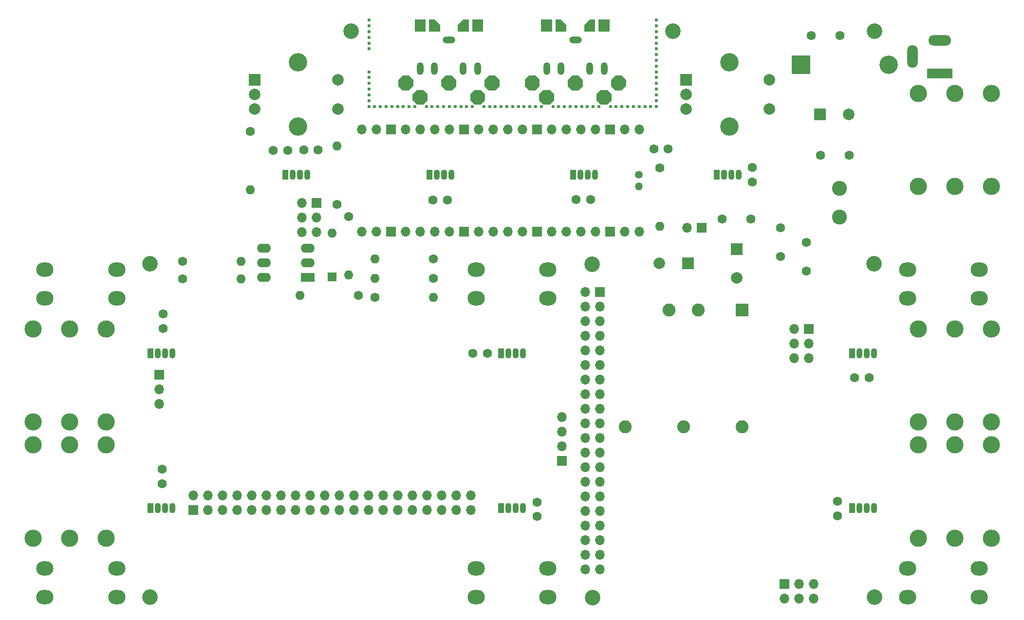
<source format=gts>
G04 #@! TF.GenerationSoftware,KiCad,Pcbnew,7.0.1.1-36-gbcf78dbe24-dirty-deb11*
G04 #@! TF.CreationDate,2023-04-07T10:57:17+00:00*
G04 #@! TF.ProjectId,pedalboard-hw,70656461-6c62-46f6-9172-642d68772e6b,1.0.2*
G04 #@! TF.SameCoordinates,Original*
G04 #@! TF.FileFunction,Soldermask,Top*
G04 #@! TF.FilePolarity,Negative*
%FSLAX46Y46*%
G04 Gerber Fmt 4.6, Leading zero omitted, Abs format (unit mm)*
G04 Created by KiCad (PCBNEW 7.0.1.1-36-gbcf78dbe24-dirty-deb11) date 2023-04-07 10:57:17*
%MOMM*%
%LPD*%
G01*
G04 APERTURE LIST*
%ADD10C,2.700000*%
%ADD11C,1.600000*%
%ADD12O,1.200000X2.200000*%
%ADD13O,2.200000X1.200000*%
%ADD14C,3.000000*%
%ADD15R,4.400000X1.800000*%
%ADD16O,4.000000X1.800000*%
%ADD17O,1.800000X4.000000*%
%ADD18O,1.600000X1.600000*%
%ADD19R,1.070000X1.800000*%
%ADD20O,1.070000X1.800000*%
%ADD21R,2.250000X2.250000*%
%ADD22C,2.250000*%
%ADD23R,1.700000X1.700000*%
%ADD24O,1.700000X1.700000*%
%ADD25C,0.600000*%
%ADD26O,3.000000X2.500000*%
%ADD27R,2.400000X1.600000*%
%ADD28O,2.400000X1.600000*%
%ADD29C,2.600000*%
%ADD30R,2.000000X2.000000*%
%ADD31C,2.000000*%
%ADD32C,3.200000*%
%ADD33R,1.600000X1.600000*%
%ADD34R,3.200000X3.200000*%
%ADD35O,3.200000X3.200000*%
%ADD36C,1.350000*%
%ADD37O,1.350000X1.350000*%
G04 APERTURE END LIST*
D10*
X168020000Y-121500000D03*
D11*
X146800000Y-46700000D03*
X146800000Y-49200000D03*
D12*
X121000000Y-29500000D03*
X118500000Y-29500000D03*
D13*
X116000000Y-24500000D03*
D12*
X111000000Y-29500000D03*
X113500000Y-29500000D03*
D10*
X133000000Y-23000000D03*
D14*
X28050000Y-111200000D03*
X28050000Y-94970000D03*
X21700000Y-111200000D03*
X21700000Y-94970000D03*
X34400000Y-111200000D03*
X34400000Y-94970000D03*
D11*
X158637600Y-44600000D03*
X163637600Y-44600000D03*
D15*
X179400000Y-30400000D03*
D16*
X179400000Y-24600000D03*
D17*
X174600000Y-27400000D03*
D11*
X130700000Y-46820000D03*
D18*
X130700000Y-56980000D03*
D19*
X115600000Y-48000000D03*
D20*
X116870000Y-48000000D03*
X118140000Y-48000000D03*
X119410000Y-48000000D03*
D14*
X28085000Y-91000000D03*
X28085000Y-74770000D03*
X21735000Y-91000000D03*
X21735000Y-74770000D03*
X34435000Y-91000000D03*
X34435000Y-74770000D03*
D21*
X144960000Y-71520000D03*
D22*
X137340000Y-71520000D03*
X132260000Y-71520000D03*
X124640000Y-91840000D03*
X134800000Y-91840000D03*
X144960000Y-91840000D03*
D14*
X181950000Y-94995000D03*
X181950000Y-111225000D03*
X188300000Y-94995000D03*
X188300000Y-111225000D03*
X175600000Y-94995000D03*
X175600000Y-111225000D03*
D10*
X42000000Y-63500000D03*
D19*
X140600000Y-48000000D03*
D20*
X141870000Y-48000000D03*
X143140000Y-48000000D03*
X144410000Y-48000000D03*
D11*
X109310000Y-104930000D03*
X109310000Y-107430000D03*
D19*
X103100000Y-106000000D03*
D20*
X104370000Y-106000000D03*
X105640000Y-106000000D03*
X106910000Y-106000000D03*
D10*
X118980000Y-121520000D03*
D23*
X49590000Y-106320000D03*
D24*
X49590000Y-103780000D03*
X52130000Y-106320000D03*
X52130000Y-103780000D03*
X54670000Y-106320000D03*
X54670000Y-103780000D03*
X57210000Y-106320000D03*
X57210000Y-103780000D03*
X59750000Y-106320000D03*
X59750000Y-103780000D03*
X62290000Y-106320000D03*
X62290000Y-103780000D03*
X64830000Y-106320000D03*
X64830000Y-103780000D03*
X67370000Y-106320000D03*
X67370000Y-103780000D03*
X69910000Y-106320000D03*
X69910000Y-103780000D03*
X72450000Y-106320000D03*
X72450000Y-103780000D03*
X74990000Y-106320000D03*
X74990000Y-103780000D03*
X77530000Y-106320000D03*
X77530000Y-103780000D03*
X80070000Y-106320000D03*
X80070000Y-103780000D03*
X82610000Y-106320000D03*
X82610000Y-103780000D03*
X85150000Y-106320000D03*
X85150000Y-103780000D03*
X87690000Y-106320000D03*
X87690000Y-103780000D03*
X90230000Y-106320000D03*
X90230000Y-103780000D03*
X92770000Y-106320000D03*
X92770000Y-103780000D03*
X95310000Y-106320000D03*
X95310000Y-103780000D03*
X97850000Y-106320000D03*
X97850000Y-103780000D03*
D11*
X161620000Y-107300000D03*
X161620000Y-104800000D03*
D25*
X80100000Y-21075000D03*
X80100000Y-22075000D03*
X80100000Y-23075000D03*
X80100000Y-24075000D03*
X80100000Y-25075000D03*
X80100000Y-26075000D03*
X80100000Y-30075000D03*
X80100000Y-31075000D03*
X80100000Y-32075000D03*
X80100000Y-33075000D03*
X80100000Y-34075000D03*
X80100000Y-35075000D03*
X80100000Y-36075000D03*
X81100000Y-36075000D03*
X82100000Y-36075000D03*
X83100000Y-36075000D03*
X84100000Y-36075000D03*
X85100000Y-36075000D03*
X86100000Y-36075000D03*
X87100000Y-36075000D03*
X88100000Y-36075000D03*
X90100000Y-36075000D03*
X91100000Y-36075000D03*
X92100000Y-36075000D03*
X93100000Y-36075000D03*
X94100000Y-36075000D03*
X95100000Y-36075000D03*
X96100000Y-36075000D03*
X97100000Y-36075000D03*
X98100000Y-36075000D03*
X100100000Y-36075000D03*
X101100000Y-36075000D03*
X102100000Y-36075000D03*
X103100000Y-36075000D03*
X104100000Y-36075000D03*
X105100000Y-36075000D03*
X106100000Y-36075000D03*
X107100000Y-36075000D03*
X108100000Y-36075000D03*
X109100000Y-36075000D03*
X110100000Y-36075000D03*
X112100000Y-36075000D03*
X113100000Y-36075000D03*
X114100000Y-36075000D03*
X115100000Y-36075000D03*
X116100000Y-36075000D03*
X117100000Y-36075000D03*
X118100000Y-36075000D03*
X119100000Y-36075000D03*
X120100000Y-36075000D03*
X122100000Y-36075000D03*
X123100000Y-36075000D03*
X124100000Y-36075000D03*
X125100000Y-36075000D03*
X126100000Y-36075000D03*
X127100000Y-36075000D03*
X128100000Y-36075000D03*
X129100000Y-36075000D03*
X130100000Y-21075000D03*
X130100000Y-22075000D03*
X130100000Y-23075000D03*
X130100000Y-24075000D03*
X130100000Y-25075000D03*
X130100000Y-26075000D03*
X130100000Y-27075000D03*
X130100000Y-28075000D03*
X130100000Y-29075000D03*
X130100000Y-30075000D03*
X130100000Y-31075000D03*
X130100000Y-32075000D03*
X130100000Y-33075000D03*
X130100000Y-34075000D03*
X130100000Y-35075000D03*
X130100000Y-36075000D03*
D11*
X44155000Y-101700000D03*
X44155000Y-99200000D03*
D26*
X98750000Y-64500000D03*
X111250000Y-64500000D03*
X98750000Y-69500000D03*
X111250000Y-69500000D03*
D19*
X42100000Y-79000000D03*
D20*
X43370000Y-79000000D03*
X44640000Y-79000000D03*
X45910000Y-79000000D03*
D11*
X74575000Y-53105000D03*
D18*
X74575000Y-42945000D03*
D27*
X69475000Y-65800000D03*
D28*
X69475000Y-63260000D03*
X69475000Y-60720000D03*
X61855000Y-60720000D03*
X61855000Y-63260000D03*
X61855000Y-65800000D03*
D10*
X77000000Y-23000000D03*
D29*
X161900000Y-50300000D03*
X161900000Y-55300000D03*
D14*
X181965000Y-33800000D03*
X181965000Y-50030000D03*
X188315000Y-33800000D03*
X188315000Y-50030000D03*
X175615000Y-33800000D03*
X175615000Y-50030000D03*
D11*
X63475000Y-43700000D03*
X65975000Y-43700000D03*
G36*
X107946312Y-33285921D02*
G01*
X107214079Y-32553688D01*
X107199200Y-32517767D01*
X107199200Y-31482233D01*
X107214079Y-31446312D01*
X107946312Y-30714079D01*
X107982233Y-30699200D01*
X109017767Y-30699200D01*
X109053688Y-30714079D01*
X109785921Y-31446312D01*
X109800800Y-31482233D01*
X109800800Y-32517767D01*
X109785921Y-32553688D01*
X109053688Y-33285921D01*
X109017767Y-33300800D01*
X107982233Y-33300800D01*
X107946312Y-33285921D01*
G37*
G36*
X117285921Y-32553688D02*
G01*
X116553688Y-33285921D01*
X116517767Y-33300800D01*
X115482233Y-33300800D01*
X115446312Y-33285921D01*
X114714079Y-32553688D01*
X114699200Y-32517767D01*
X114699200Y-31482233D01*
X114714079Y-31446312D01*
X115446312Y-30714079D01*
X115482233Y-30699200D01*
X116517767Y-30699200D01*
X116553688Y-30714079D01*
X117285921Y-31446312D01*
X117300800Y-31482233D01*
X117300800Y-32517767D01*
X117285921Y-32553688D01*
G37*
G36*
X122946312Y-33285921D02*
G01*
X122214079Y-32553688D01*
X122199200Y-32517767D01*
X122199200Y-31482233D01*
X122214079Y-31446312D01*
X122946312Y-30714079D01*
X122982233Y-30699200D01*
X124017767Y-30699200D01*
X124053688Y-30714079D01*
X124785921Y-31446312D01*
X124800800Y-31482233D01*
X124800800Y-32517767D01*
X124785921Y-32553688D01*
X124053688Y-33285921D01*
X124017767Y-33300800D01*
X122982233Y-33300800D01*
X122946312Y-33285921D01*
G37*
G36*
X110446312Y-35785921D02*
G01*
X109714079Y-35053688D01*
X109699200Y-35017767D01*
X109699200Y-33982233D01*
X109714079Y-33946312D01*
X110446312Y-33214079D01*
X110482233Y-33199200D01*
X111517767Y-33199200D01*
X111553688Y-33214079D01*
X112285921Y-33946312D01*
X112300800Y-33982233D01*
X112300800Y-35017767D01*
X112285921Y-35053688D01*
X111553688Y-35785921D01*
X111517767Y-35800800D01*
X110482233Y-35800800D01*
X110446312Y-35785921D01*
G37*
G36*
X120446312Y-35785921D02*
G01*
X119714079Y-35053688D01*
X119699200Y-35017767D01*
X119699200Y-33982233D01*
X119714079Y-33946312D01*
X120446312Y-33214079D01*
X120482233Y-33199200D01*
X121517767Y-33199200D01*
X121553688Y-33214079D01*
X122285921Y-33946312D01*
X122300800Y-33982233D01*
X122300800Y-35017767D01*
X122285921Y-35053688D01*
X121553688Y-35785921D01*
X121517767Y-35800800D01*
X120482233Y-35800800D01*
X120446312Y-35785921D01*
G37*
G36*
X117564079Y-23035921D02*
G01*
X117549200Y-23000000D01*
X117549200Y-21900000D01*
X117564079Y-21864079D01*
X118464079Y-20964079D01*
X118500000Y-20949200D01*
X119400000Y-20949200D01*
X119435921Y-20964079D01*
X119450800Y-21000000D01*
X119450800Y-23000000D01*
X119435921Y-23035921D01*
X119400000Y-23050800D01*
X117600000Y-23050800D01*
X117564079Y-23035921D01*
G37*
G36*
G01*
X121950800Y-21000000D02*
X121950800Y-23000000D01*
G75*
G02*
X121900000Y-23050800I-50800J0D01*
G01*
X120100000Y-23050800D01*
G75*
G02*
X120049200Y-23000000I0J50800D01*
G01*
X120049200Y-21000000D01*
G75*
G02*
X120100000Y-20949200I50800J0D01*
G01*
X121900000Y-20949200D01*
G75*
G02*
X121950800Y-21000000I0J-50800D01*
G01*
G37*
G36*
G01*
X111950800Y-21000000D02*
X111950800Y-23000000D01*
G75*
G02*
X111900000Y-23050800I-50800J0D01*
G01*
X110100000Y-23050800D01*
G75*
G02*
X110049200Y-23000000I0J50800D01*
G01*
X110049200Y-21000000D01*
G75*
G02*
X110100000Y-20949200I50800J0D01*
G01*
X111900000Y-20949200D01*
G75*
G02*
X111950800Y-21000000I0J-50800D01*
G01*
G37*
G36*
X112564079Y-23035921D02*
G01*
X112549200Y-23000000D01*
X112549200Y-21000000D01*
X112564079Y-20964079D01*
X112600000Y-20949200D01*
X113500000Y-20949200D01*
X113535921Y-20964079D01*
X114435921Y-21864079D01*
X114450800Y-21900000D01*
X114450800Y-23000000D01*
X114435921Y-23035921D01*
X114400000Y-23050800D01*
X112600000Y-23050800D01*
X112564079Y-23035921D01*
G37*
D19*
X90600000Y-48000000D03*
D20*
X91870000Y-48000000D03*
X93140000Y-48000000D03*
X94410000Y-48000000D03*
D30*
X60250000Y-31500000D03*
D31*
X60250000Y-36500000D03*
X60250000Y-34000000D03*
D32*
X67750000Y-28400000D03*
X67750000Y-39600000D03*
D31*
X74750000Y-36500000D03*
X74750000Y-31500000D03*
D11*
X68750000Y-43675000D03*
X71250000Y-43675000D03*
X164570000Y-83300000D03*
X167070000Y-83300000D03*
D30*
X144100000Y-60932323D03*
D31*
X144100000Y-65932323D03*
D11*
X78280000Y-68980000D03*
D18*
X68120000Y-68980000D03*
D10*
X167900000Y-63450000D03*
D30*
X135600000Y-63400000D03*
D31*
X130600000Y-63400000D03*
D19*
X65600000Y-48000000D03*
D20*
X66870000Y-48000000D03*
X68140000Y-48000000D03*
X69410000Y-48000000D03*
D11*
X91250000Y-52400000D03*
X93750000Y-52400000D03*
D10*
X42000000Y-121500000D03*
D14*
X181950000Y-74780000D03*
X181950000Y-91010000D03*
X188300000Y-74780000D03*
X188300000Y-91010000D03*
X175600000Y-74780000D03*
X175600000Y-91010000D03*
D26*
X23750000Y-64500000D03*
X36250000Y-64500000D03*
X23750000Y-69500000D03*
X36250000Y-69500000D03*
D11*
X129650000Y-43470000D03*
X132150000Y-43470000D03*
X47695000Y-63050000D03*
D18*
X57855000Y-63050000D03*
D30*
X158569923Y-37500000D03*
D31*
X163569923Y-37500000D03*
D19*
X164100000Y-79000000D03*
D20*
X165370000Y-79000000D03*
X166640000Y-79000000D03*
X167910000Y-79000000D03*
D11*
X81190000Y-69340000D03*
D18*
X91350000Y-69340000D03*
D19*
X42100000Y-106000000D03*
D20*
X43370000Y-106000000D03*
X44640000Y-106000000D03*
X45910000Y-106000000D03*
D11*
X76600000Y-55270000D03*
D18*
X76600000Y-65430000D03*
D11*
X146500000Y-55700000D03*
X141500000Y-55700000D03*
D33*
X73700000Y-65775000D03*
D18*
X73700000Y-58155000D03*
D11*
X116150000Y-52300000D03*
X118650000Y-52300000D03*
D34*
X155194000Y-28803600D03*
D35*
X170434000Y-28803600D03*
D11*
X91280000Y-62575000D03*
D18*
X81120000Y-62575000D03*
D11*
X162001200Y-23774400D03*
X157001200Y-23774400D03*
D10*
X118900000Y-63565600D03*
D11*
X151700000Y-57200000D03*
X151700000Y-62200000D03*
D19*
X164100000Y-106000000D03*
D20*
X165370000Y-106000000D03*
X166640000Y-106000000D03*
X167910000Y-106000000D03*
D26*
X173750000Y-116500000D03*
X186250000Y-116500000D03*
X173750000Y-121500000D03*
X186250000Y-121500000D03*
X173750000Y-64500000D03*
X186250000Y-64500000D03*
X173750000Y-69500000D03*
X186250000Y-69500000D03*
D11*
X100670000Y-79050000D03*
X98170000Y-79050000D03*
D26*
X23750000Y-116500000D03*
X36250000Y-116500000D03*
X23750000Y-121500000D03*
X36250000Y-121500000D03*
D10*
X168000000Y-23000000D03*
D11*
X91350000Y-65980000D03*
D18*
X81190000Y-65980000D03*
D30*
X135250000Y-31500000D03*
D31*
X135250000Y-36500000D03*
X135250000Y-34000000D03*
D32*
X142750000Y-28400000D03*
X142750000Y-39600000D03*
D31*
X149750000Y-36500000D03*
X149750000Y-31500000D03*
D11*
X47695000Y-66050000D03*
D18*
X57855000Y-66050000D03*
D26*
X98750000Y-116500000D03*
X111250000Y-116500000D03*
X98750000Y-121500000D03*
X111250000Y-121500000D03*
D11*
X156200000Y-64700000D03*
X156200000Y-59700000D03*
G36*
X85951812Y-33285921D02*
G01*
X85219579Y-32553688D01*
X85204700Y-32517767D01*
X85204700Y-31482233D01*
X85219579Y-31446312D01*
X85951812Y-30714079D01*
X85987733Y-30699200D01*
X87023267Y-30699200D01*
X87059188Y-30714079D01*
X87791421Y-31446312D01*
X87806300Y-31482233D01*
X87806300Y-32517767D01*
X87791421Y-32553688D01*
X87059188Y-33285921D01*
X87023267Y-33300800D01*
X85987733Y-33300800D01*
X85951812Y-33285921D01*
G37*
G36*
X95291421Y-32553688D02*
G01*
X94559188Y-33285921D01*
X94523267Y-33300800D01*
X93487733Y-33300800D01*
X93451812Y-33285921D01*
X92719579Y-32553688D01*
X92704700Y-32517767D01*
X92704700Y-31482233D01*
X92719579Y-31446312D01*
X93451812Y-30714079D01*
X93487733Y-30699200D01*
X94523267Y-30699200D01*
X94559188Y-30714079D01*
X95291421Y-31446312D01*
X95306300Y-31482233D01*
X95306300Y-32517767D01*
X95291421Y-32553688D01*
G37*
G36*
X100951812Y-33285921D02*
G01*
X100219579Y-32553688D01*
X100204700Y-32517767D01*
X100204700Y-31482233D01*
X100219579Y-31446312D01*
X100951812Y-30714079D01*
X100987733Y-30699200D01*
X102023267Y-30699200D01*
X102059188Y-30714079D01*
X102791421Y-31446312D01*
X102806300Y-31482233D01*
X102806300Y-32517767D01*
X102791421Y-32553688D01*
X102059188Y-33285921D01*
X102023267Y-33300800D01*
X100987733Y-33300800D01*
X100951812Y-33285921D01*
G37*
G36*
X88451812Y-35785921D02*
G01*
X87719579Y-35053688D01*
X87704700Y-35017767D01*
X87704700Y-33982233D01*
X87719579Y-33946312D01*
X88451812Y-33214079D01*
X88487733Y-33199200D01*
X89523267Y-33199200D01*
X89559188Y-33214079D01*
X90291421Y-33946312D01*
X90306300Y-33982233D01*
X90306300Y-35017767D01*
X90291421Y-35053688D01*
X89559188Y-35785921D01*
X89523267Y-35800800D01*
X88487733Y-35800800D01*
X88451812Y-35785921D01*
G37*
G36*
X98451812Y-35785921D02*
G01*
X97719579Y-35053688D01*
X97704700Y-35017767D01*
X97704700Y-33982233D01*
X97719579Y-33946312D01*
X98451812Y-33214079D01*
X98487733Y-33199200D01*
X99523267Y-33199200D01*
X99559188Y-33214079D01*
X100291421Y-33946312D01*
X100306300Y-33982233D01*
X100306300Y-35017767D01*
X100291421Y-35053688D01*
X99559188Y-35785921D01*
X99523267Y-35800800D01*
X98487733Y-35800800D01*
X98451812Y-35785921D01*
G37*
G36*
X95569579Y-23035921D02*
G01*
X95554700Y-23000000D01*
X95554700Y-21900000D01*
X95569579Y-21864079D01*
X96469579Y-20964079D01*
X96505500Y-20949200D01*
X97405500Y-20949200D01*
X97441421Y-20964079D01*
X97456300Y-21000000D01*
X97456300Y-23000000D01*
X97441421Y-23035921D01*
X97405500Y-23050800D01*
X95605500Y-23050800D01*
X95569579Y-23035921D01*
G37*
G36*
G01*
X99956300Y-21000000D02*
X99956300Y-23000000D01*
G75*
G02*
X99905500Y-23050800I-50800J0D01*
G01*
X98105500Y-23050800D01*
G75*
G02*
X98054700Y-23000000I0J50800D01*
G01*
X98054700Y-21000000D01*
G75*
G02*
X98105500Y-20949200I50800J0D01*
G01*
X99905500Y-20949200D01*
G75*
G02*
X99956300Y-21000000I0J-50800D01*
G01*
G37*
G36*
G01*
X89956300Y-21000000D02*
X89956300Y-23000000D01*
G75*
G02*
X89905500Y-23050800I-50800J0D01*
G01*
X88105500Y-23050800D01*
G75*
G02*
X88054700Y-23000000I0J50800D01*
G01*
X88054700Y-21000000D01*
G75*
G02*
X88105500Y-20949200I50800J0D01*
G01*
X89905500Y-20949200D01*
G75*
G02*
X89956300Y-21000000I0J-50800D01*
G01*
G37*
G36*
X90569579Y-23035921D02*
G01*
X90554700Y-23000000D01*
X90554700Y-21000000D01*
X90569579Y-20964079D01*
X90605500Y-20949200D01*
X91505500Y-20949200D01*
X91541421Y-20964079D01*
X92441421Y-21864079D01*
X92456300Y-21900000D01*
X92456300Y-23000000D01*
X92441421Y-23035921D01*
X92405500Y-23050800D01*
X90605500Y-23050800D01*
X90569579Y-23035921D01*
G37*
X44355000Y-72200000D03*
X44355000Y-74700000D03*
D19*
X103100000Y-79000000D03*
D20*
X104370000Y-79000000D03*
X105640000Y-79000000D03*
X106910000Y-79000000D03*
D11*
X59500000Y-40445000D03*
D18*
X59500000Y-50605000D03*
D12*
X99000000Y-29500000D03*
X96500000Y-29500000D03*
D13*
X94000000Y-24500000D03*
D12*
X89000000Y-29500000D03*
X91500000Y-29500000D03*
D23*
X113625000Y-97780000D03*
D24*
X113625000Y-95240000D03*
X113625000Y-92700000D03*
X113625000Y-90160000D03*
D23*
X138000000Y-57175000D03*
D24*
X135460000Y-57175000D03*
D36*
X127000000Y-48000000D03*
D37*
X127000000Y-50000000D03*
D24*
X127130000Y-57890000D03*
X124590000Y-57890000D03*
D23*
X122050000Y-57890000D03*
D24*
X119510000Y-57890000D03*
X116970000Y-57890000D03*
X114430000Y-57890000D03*
X111890000Y-57890000D03*
D23*
X109350000Y-57890000D03*
D24*
X106810000Y-57890000D03*
X104270000Y-57890000D03*
X101730000Y-57890000D03*
X99190000Y-57890000D03*
D23*
X96650000Y-57890000D03*
D24*
X94110000Y-57890000D03*
X91570000Y-57890000D03*
X89030000Y-57890000D03*
X86490000Y-57890000D03*
D23*
X83950000Y-57890000D03*
D24*
X81410000Y-57890000D03*
X78870000Y-57890000D03*
X78870000Y-40110000D03*
X81410000Y-40110000D03*
D23*
X83950000Y-40110000D03*
D24*
X86490000Y-40110000D03*
X89030000Y-40110000D03*
X91570000Y-40110000D03*
X94110000Y-40110000D03*
D23*
X96650000Y-40110000D03*
D24*
X99190000Y-40110000D03*
X101730000Y-40110000D03*
X104270000Y-40110000D03*
X106810000Y-40110000D03*
D23*
X109350000Y-40110000D03*
D24*
X111890000Y-40110000D03*
X114430000Y-40110000D03*
X116970000Y-40110000D03*
X119510000Y-40110000D03*
D23*
X122050000Y-40110000D03*
D24*
X124590000Y-40110000D03*
X127130000Y-40110000D03*
D23*
X43615000Y-82790000D03*
D24*
X43615000Y-85330000D03*
X43615000Y-87870000D03*
D23*
X120250000Y-68375600D03*
D24*
X117710000Y-68375600D03*
X120250000Y-70915600D03*
X117710000Y-70915600D03*
X120250000Y-73455600D03*
X117710000Y-73455600D03*
X120250000Y-75995600D03*
X117710000Y-75995600D03*
X120250000Y-78535600D03*
X117710000Y-78535600D03*
X120250000Y-81075600D03*
X117710000Y-81075600D03*
X120250000Y-83615600D03*
X117710000Y-83615600D03*
X120250000Y-86155600D03*
X117710000Y-86155600D03*
X120250000Y-88695600D03*
X117710000Y-88695600D03*
X120250000Y-91235600D03*
X117710000Y-91235600D03*
X120250000Y-93775600D03*
X117710000Y-93775600D03*
X120250000Y-96315600D03*
X117710000Y-96315600D03*
X120250000Y-98855600D03*
X117710000Y-98855600D03*
X120250000Y-101395600D03*
X117710000Y-101395600D03*
X120250000Y-103935600D03*
X117710000Y-103935600D03*
X120250000Y-106475600D03*
X117710000Y-106475600D03*
X120250000Y-109015600D03*
X117710000Y-109015600D03*
X120250000Y-111555600D03*
X117710000Y-111555600D03*
X120250000Y-114095600D03*
X117710000Y-114095600D03*
X120250000Y-116635600D03*
X117710000Y-116635600D03*
D23*
X156555000Y-74845600D03*
D24*
X154015000Y-74845600D03*
X156555000Y-77385600D03*
X154015000Y-77385600D03*
X156555000Y-79925600D03*
X154015000Y-79925600D03*
D23*
X152380000Y-119150600D03*
D24*
X152380000Y-121690600D03*
X154920000Y-119150600D03*
X154920000Y-121690600D03*
X157460000Y-119150600D03*
X157460000Y-121690600D03*
D23*
X71000000Y-52850000D03*
D24*
X68460000Y-52850000D03*
X71000000Y-55390000D03*
X68460000Y-55390000D03*
X71000000Y-57930000D03*
X68460000Y-57930000D03*
M02*

</source>
